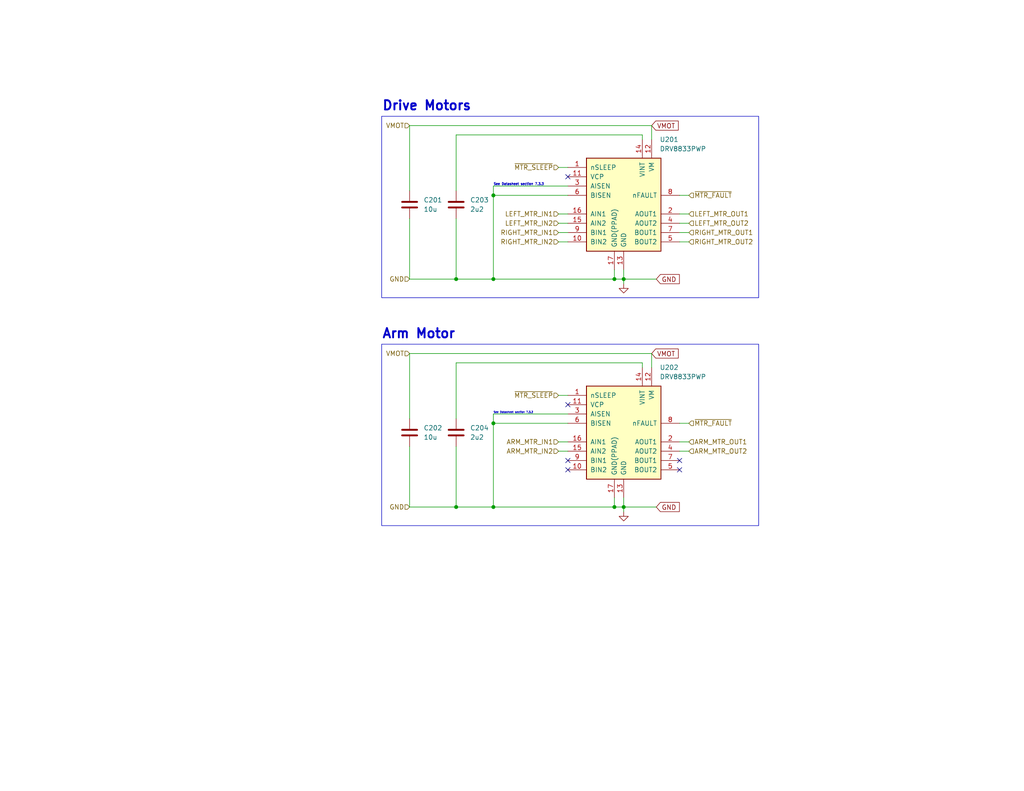
<source format=kicad_sch>
(kicad_sch (version 20230121) (generator eeschema)
  (paper "USLetter")
  (title_block (title "MiniSkidi Control Board") (date "2024-02-17") (rev "A1") (company "Olympus Engineering"))
  (lib_symbols
    (symbol "Device:C" (pin_numbers hide) (pin_names (offset 0.254))
      (property "Reference" "C" (at 0.635 2.54 0))
      (property "Value" "C" (at 0.635 -2.54 0))
      (symbol "C_0_1"
        (polyline (pts (xy -2.032 -0.762) (xy 2.032 -0.762)) (stroke (width 0.508)))
        (polyline (pts (xy -2.032 0.762) (xy 2.032 0.762)) (stroke (width 0.508)))
      )
      (symbol "C_1_1"
        (pin passive line (at 0 3.81 270) (length 2.794) (name "~") (number "1"))
        (pin passive line (at 0 -3.81 90) (length 2.794) (name "~") (number "2"))
      )
    )
    (symbol "Driver_Motor:DRV8833PWP" (pin_names (offset 1.016))
      (property "Reference" "U" (at -3.81 16.51 0))
      (property "Value" "DRV8833PWP" (at -3.81 13.97 0))
      (symbol "DRV8833PWP_0_1"
        (rectangle (start -10.16 12.7) (end 10.16 -12.7) (stroke (width 0.254)) (fill (type background)))
      )
      (symbol "DRV8833PWP_1_1"
        (pin input line (at -15.24 10.16 0) (length 5.08) (name "nSLEEP") (number "1"))
        (pin input line (at -15.24 -10.16 0) (length 5.08) (name "BIN2") (number "10"))
        (pin bidirectional line (at -15.24 7.62 0) (length 5.08) (name "VCP") (number "11"))
        (pin power_in line (at 7.62 17.78 270) (length 5.08) (name "VM") (number "12"))
        (pin power_in line (at 0 -17.78 90) (length 5.08) (name "GND") (number "13"))
        (pin power_in line (at 5.08 17.78 270) (length 5.08) (name "VINT") (number "14"))
        (pin input line (at -15.24 -5.08 0) (length 5.08) (name "AIN2") (number "15"))
        (pin input line (at -15.24 -2.54 0) (length 5.08) (name "AIN1") (number "16"))
        (pin power_in line (at -2.54 -17.78 90) (length 5.08) (name "GND(PPAD)") (number "17"))
        (pin power_out line (at 15.24 -2.54 180) (length 5.08) (name "AOUT1") (number "2"))
        (pin bidirectional line (at -15.24 5.08 0) (length 5.08) (name "AISEN") (number "3"))
        (pin power_out line (at 15.24 -5.08 180) (length 5.08) (name "AOUT2") (number "4"))
        (pin power_out line (at 15.24 -10.16 180) (length 5.08) (name "BOUT2") (number "5"))
        (pin bidirectional line (at -15.24 2.54 0) (length 5.08) (name "BISEN") (number "6"))
        (pin power_out line (at 15.24 -7.62 180) (length 5.08) (name "BOUT1") (number "7"))
        (pin open_collector line (at 15.24 2.54 180) (length 5.08) (name "nFAULT") (number "8"))
        (pin input line (at -15.24 -7.62 0) (length 5.08) (name "BIN1") (number "9"))
      )
    )
    (symbol "power:GND" (power) (pin_names (offset 0))
      (property "Value" "GND" (at 0 -3.81 0))
      (symbol "GND_0_1"
        (polyline (pts (xy 0 0) (xy 0 -1.27) (xy 1.27 -1.27) (xy 0 -2.54) (xy -1.27 -1.27) (xy 0 -1.27)))
      )
      (symbol "GND_1_1"
        (pin power_in line (at 0 0 270) (length 0) hide (name "GND") (number "1"))
      )
    )
  )
  (junction (at 167.64 138.43))
  (junction (at 170.18 138.43))
  (junction (at 124.46 76.2))
  (junction (at 134.62 115.57))
  (junction (at 167.64 76.2))
  (junction (at 134.62 76.2))
  (junction (at 170.18 76.2))
  (junction (at 124.46 138.43))
  (junction (at 134.62 53.34))
  (junction (at 134.62 138.43))
  (no_connect (at 185.42 128.27))
  (no_connect (at 154.94 110.49))
  (no_connect (at 185.42 125.73))
  (no_connect (at 154.94 125.73))
  (no_connect (at 154.94 48.26))
  (no_connect (at 154.94 128.27))
  (wire (pts (xy 134.62 76.2) (xy 167.64 76.2)))
  (wire (pts (xy 152.4 123.19) (xy 154.94 123.19)))
  (wire (pts (xy 152.4 60.96) (xy 154.94 60.96)))
  (wire (pts (xy 154.94 115.57) (xy 134.62 115.57)))
  (wire (pts (xy 124.46 114.3) (xy 124.46 99.06)))
  (wire (pts (xy 124.46 99.06) (xy 175.26 99.06)))
  (wire (pts (xy 111.76 76.2) (xy 124.46 76.2)))
  (wire (pts (xy 152.4 63.5) (xy 154.94 63.5)))
  (wire (pts (xy 154.94 113.03) (xy 134.62 113.03)))
  (wire (pts (xy 134.62 53.34) (xy 134.62 76.2)))
  (wire (pts (xy 111.76 121.92) (xy 111.76 138.43)))
  (wire (pts (xy 111.76 96.52) (xy 111.76 114.3)))
  (wire (pts (xy 154.94 53.34) (xy 134.62 53.34)))
  (wire (pts (xy 170.18 138.43) (xy 170.18 139.7)))
  (wire (pts (xy 152.4 107.95) (xy 154.94 107.95)))
  (wire (pts (xy 167.64 73.66) (xy 167.64 76.2)))
  (wire (pts (xy 177.8 100.33) (xy 177.8 96.52)))
  (wire (pts (xy 185.42 63.5) (xy 187.96 63.5)))
  (wire (pts (xy 124.46 76.2) (xy 134.62 76.2)))
  (wire (pts (xy 185.42 66.04) (xy 187.96 66.04)))
  (wire (pts (xy 152.4 120.65) (xy 154.94 120.65)))
  (wire (pts (xy 124.46 36.83) (xy 175.26 36.83)))
  (wire (pts (xy 124.46 52.07) (xy 124.46 36.83)))
  (wire (pts (xy 170.18 73.66) (xy 170.18 76.2)))
  (wire (pts (xy 167.64 138.43) (xy 170.18 138.43)))
  (wire (pts (xy 111.76 34.29) (xy 111.76 52.07)))
  (wire (pts (xy 175.26 36.83) (xy 175.26 38.1)))
  (wire (pts (xy 111.76 59.69) (xy 111.76 76.2)))
  (wire (pts (xy 124.46 121.92) (xy 124.46 138.43)))
  (wire (pts (xy 185.42 60.96) (xy 187.96 60.96)))
  (wire (pts (xy 185.42 58.42) (xy 187.96 58.42)))
  (wire (pts (xy 185.42 53.34) (xy 187.96 53.34)))
  (wire (pts (xy 170.18 76.2) (xy 179.07 76.2)))
  (wire (pts (xy 152.4 45.72) (xy 154.94 45.72)))
  (wire (pts (xy 134.62 138.43) (xy 167.64 138.43)))
  (wire (pts (xy 177.8 34.29) (xy 111.76 34.29)))
  (wire (pts (xy 170.18 138.43) (xy 179.07 138.43)))
  (wire (pts (xy 170.18 76.2) (xy 170.18 77.47)))
  (wire (pts (xy 134.62 50.8) (xy 134.62 53.34)))
  (wire (pts (xy 134.62 113.03) (xy 134.62 115.57)))
  (wire (pts (xy 185.42 120.65) (xy 187.96 120.65)))
  (wire (pts (xy 177.8 38.1) (xy 177.8 34.29)))
  (wire (pts (xy 111.76 138.43) (xy 124.46 138.43)))
  (wire (pts (xy 152.4 58.42) (xy 154.94 58.42)))
  (wire (pts (xy 124.46 59.69) (xy 124.46 76.2)))
  (wire (pts (xy 134.62 115.57) (xy 134.62 138.43)))
  (wire (pts (xy 154.94 50.8) (xy 134.62 50.8)))
  (wire (pts (xy 177.8 96.52) (xy 111.76 96.52)))
  (wire (pts (xy 170.18 135.89) (xy 170.18 138.43)))
  (wire (pts (xy 175.26 99.06) (xy 175.26 100.33)))
  (wire (pts (xy 124.46 138.43) (xy 134.62 138.43)))
  (wire (pts (xy 152.4 66.04) (xy 154.94 66.04)))
  (wire (pts (xy 185.42 123.19) (xy 187.96 123.19)))
  (wire (pts (xy 167.64 76.2) (xy 170.18 76.2)))
  (wire (pts (xy 167.64 135.89) (xy 167.64 138.43)))
  (wire (pts (xy 185.42 115.57) (xy 187.96 115.57)))
  (rectangle (start 104.14 31.75) (end 207.01 81.28))
  (rectangle (start 104.14 93.98) (end 207.01 143.51))
  (text "See Datasheet section 7.3.3" (at 134.62 113.03 0) (effects (font (size 0.5 0.5)) (justify left bottom)))
  (text "Arm Motor" (at 104.14 92.71 0) (effects (font (size 2.54 2.54) bold) (justify left bottom)))
  (text "See Datasheet section 7.3.3" (at 134.62 50.8 0) (effects (font (size 0.635 0.635)) (justify left bottom)))
  (text "Drive Motors" (at 104.14 30.48 0) (effects (font (size 2.54 2.54) bold) (justify left bottom)))
  (global_label "GND" (shape input) (at 179.07 138.43 0) (property "Intersheetrefs" "${INTERSHEET_REFS}" (effects hide)))
  (global_label "GND" (shape input) (at 179.07 76.2 0) (property "Intersheetrefs" "${INTERSHEET_REFS}" (effects hide)))
  (global_label "VMOT" (shape input) (at 177.8 34.29 0) (property "Intersheetrefs" "${INTERSHEET_REFS}" (effects hide)))
  (global_label "VMOT" (shape input) (at 177.8 96.52 0) (property "Intersheetrefs" "${INTERSHEET_REFS}" (effects hide)))
  (hierarchical_label "ARM_MTR_OUT2" (shape input) (at 187.96 123.19 0))
  (hierarchical_label "~{MTR_FAULT}" (shape input) (at 187.96 115.57 0))
  (hierarchical_label "GND" (shape input) (at 111.76 138.43 180))
  (hierarchical_label "RIGHT_MTR_IN1" (shape input) (at 152.4 63.5 180))
  (hierarchical_label "LEFT_MTR_OUT2" (shape input) (at 187.96 60.96 0))
  (hierarchical_label "~{MTR_SLEEP}" (shape input) (at 152.4 45.72 180))
  (hierarchical_label "RIGHT_MTR_OUT1" (shape input) (at 187.96 63.5 0))
  (hierarchical_label "RIGHT_MTR_OUT2" (shape input) (at 187.96 66.04 0))
  (hierarchical_label "GND" (shape input) (at 111.76 76.2 180))
  (hierarchical_label "LEFT_MTR_IN1" (shape input) (at 152.4 58.42 180))
  (hierarchical_label "VMOT" (shape input) (at 111.76 34.29 180))
  (hierarchical_label "RIGHT_MTR_IN2" (shape input) (at 152.4 66.04 180))
  (hierarchical_label "ARM_MTR_IN2" (shape input) (at 152.4 123.19 180))
  (hierarchical_label "ARM_MTR_IN1" (shape input) (at 152.4 120.65 180))
  (hierarchical_label "~{MTR_SLEEP}" (shape input) (at 152.4 107.95 180))
  (hierarchical_label "~{MTR_FAULT}" (shape input) (at 187.96 53.34 0))
  (hierarchical_label "LEFT_MTR_OUT1" (shape input) (at 187.96 58.42 0))
  (hierarchical_label "LEFT_MTR_IN2" (shape input) (at 152.4 60.96 180))
  (hierarchical_label "ARM_MTR_OUT1" (shape input) (at 187.96 120.65 0))
  (hierarchical_label "VMOT" (shape input) (at 111.76 96.52 180))
  (symbol (lib_id "Driver_Motor:DRV8833PWP") (at 170.18 118.11 0) (unit 1)
    (property "Reference" "U202" (at 179.9941 100.33 0) (effects (justify left)))
    (property "Value" "DRV8833PWP" (at 179.9941 102.87 0) (effects (justify left)))
    (property "Footprint" "Package_SO:HTSSOP-16-1EP_4.4x5mm_P0.65mm_EP3.4x5mm_Mask2.46x2.31mm_ThermalVias" (effects hide))
    (property "Datasheet" "http://www.ti.com/lit/ds/symlink/drv8833.pdf" (effects hide))
  )
  (symbol (lib_id "Device:C") (at 111.76 118.11 0) (unit 1)
    (property "Reference" "C202" (at 115.57 116.84 0) (effects (justify left)))
    (property "Value" "10u" (at 115.57 119.38 0) (effects (justify left)))
  )
  (symbol (lib_id "power:GND") (at 170.18 77.47 0) (unit 1)
    (property "Reference" "#PWR0201" (effects hide))
    (property "Value" "GND" (effects hide))
  )
  (symbol (lib_id "Device:C") (at 124.46 55.88 0) (unit 1)
    (property "Reference" "C203" (at 128.27 54.61 0) (effects (justify left)))
    (property "Value" "2u2" (at 128.27 57.15 0) (effects (justify left)))
  )
  (symbol (lib_id "power:GND") (at 170.18 139.7 0) (unit 1)
    (property "Reference" "#PWR0202" (effects hide))
    (property "Value" "GND" (effects hide))
  )
  (symbol (lib_id "Device:C") (at 124.46 118.11 0) (unit 1)
    (property "Reference" "C204" (at 128.27 116.84 0) (effects (justify left)))
    (property "Value" "2u2" (at 128.27 119.38 0) (effects (justify left)))
  )
  (symbol (lib_id "Device:C") (at 111.76 55.88 0) (unit 1)
    (property "Reference" "C201" (at 115.57 54.61 0) (effects (justify left)))
    (property "Value" "10u" (at 115.57 57.15 0) (effects (justify left)))
  )
  (symbol (lib_id "Driver_Motor:DRV8833PWP") (at 170.18 55.88 0) (unit 1)
    (property "Reference" "U201" (at 179.9941 38.1 0) (effects (justify left)))
    (property "Value" "DRV8833PWP" (at 179.9941 40.64 0) (effects (justify left)))
    (property "Footprint" "Package_SO:HTSSOP-16-1EP_4.4x5mm_P0.65mm_EP3.4x5mm_Mask2.46x2.31mm_ThermalVias" (effects hide))
    (property "Datasheet" "http://www.ti.com/lit/ds/symlink/drv8833.pdf" (effects hide))
  )
)
</source>
